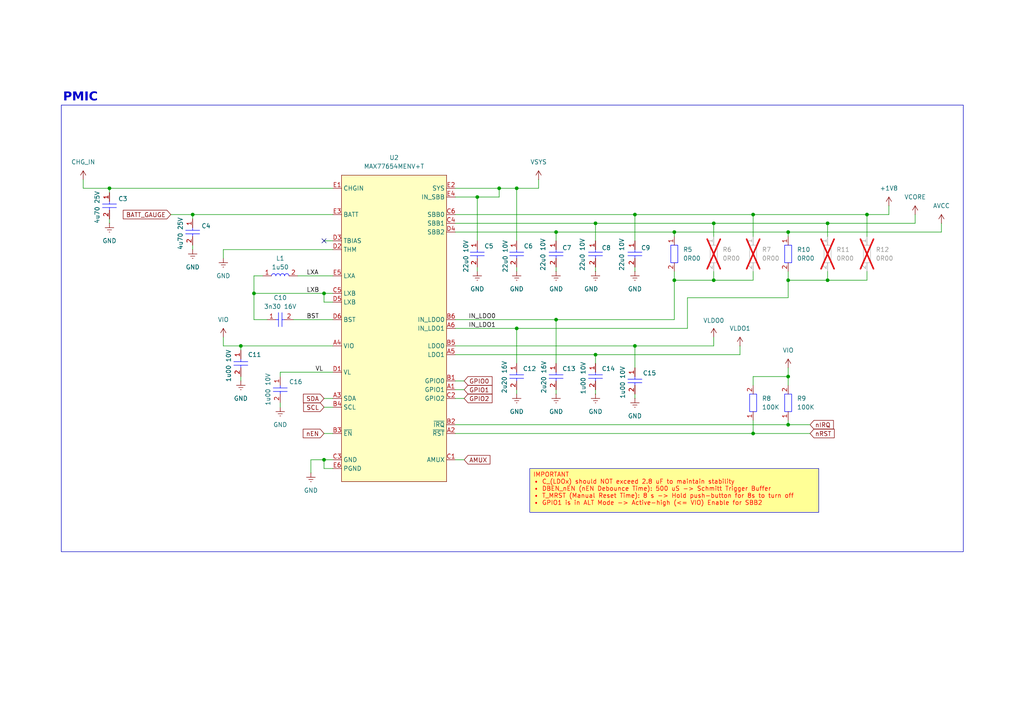
<source format=kicad_sch>
(kicad_sch (version 20231120) (generator "eeschema") (generator_version "8.0")
  (paper "A4")
  (title_block (title "[2] PMIC") (rev "0.1") (company "Embedded Systems Laboratory - EPFL"))
  (lib_symbols
    (symbol "HeepoMind_SchLib:C0402C105K8PACTU"
      (property "Reference" "C" (at -4.064 5.588 0))
      (property "Value" "1u00 10V" (at -4.064 3.302 0))
      (symbol "C0402C105K8PACTU_1_1"
        (polyline (pts (xy -1.27 0) (xy -0.508 0)) (stroke (width 0) (color 0 0 255 1)))
        (polyline (pts (xy -0.508 2.032) (xy -0.508 -2.032)) (stroke (width 0) (color 0 0 255 1)))
        (polyline (pts (xy 0.508 2.032) (xy 0.508 -2.032)) (stroke (width 0) (color 0 0 255 1)))
        (polyline (pts (xy 1.27 0) (xy 0.508 0)) (stroke (width 0) (color 0 0 255 1)))
        (pin passive line (at -3.81 0 0) (length 2.54) (name "") (number "1"))
        (pin passive line (at 3.81 0 180) (length 2.54) (name "") (number "2"))
      )
    )
    (symbol "HeepoMind_SchLib:CRCW0402100KFKEDC"
      (property "Reference" "R" (at -4.064 5.588 0))
      (property "Value" "100K" (at -4.064 3.302 0))
      (symbol "CRCW0402100KFKEDC_0_1"
        (rectangle (start -2.54 1.016) (end 2.54 -1.016) (stroke (width 0) (color 0 0 255 1)))
      )
      (symbol "CRCW0402100KFKEDC_1_1"
        (pin passive line (at -5.08 0 0) (length 2.54) (name "") (number "1"))
        (pin passive line (at 5.08 0 180) (length 2.54) (name "") (number "2"))
      )
    )
    (symbol "HeepoMind_SchLib:DFE201612E-1R5M=P2"
      (property "Reference" "L" (at -4.064 5.588 0))
      (property "Value" "1u50" (at -4.064 3.302 0))
      (symbol "DFE201612E-1R5M=P2_0_1"
        (arc (start -1.27 0.0027) (mid -1.905 0.635) (end -2.54 0.0027) (stroke (width 0) (color 0 0 255 1)))
        (arc (start 0 0.0027) (mid -0.635 0.635) (end -1.27 0.0027) (stroke (width 0) (color 0 0 255 1)))
        (arc (start 1.27 0.0027) (mid 0.635 0.635) (end 0 0.0027) (stroke (width 0) (color 0 0 255 1)))
        (arc (start 2.54 0.0027) (mid 1.905 0.635) (end 1.27 0.0027) (stroke (width 0) (color 0 0 255 1)))
      )
      (symbol "DFE201612E-1R5M=P2_1_1"
        (pin passive line (at -5.08 0 0) (length 2.54) (name "") (number "1"))
        (pin passive line (at 5.08 0 180) (length 2.54) (name "") (number "2"))
      )
    )
    (symbol "HeepoMind_SchLib:GRM155R61C225KE44D"
      (property "Reference" "C" (at -4.064 5.588 0))
      (property "Value" "2u20 16V" (at -4.064 3.302 0))
      (symbol "GRM155R61C225KE44D_1_1"
        (polyline (pts (xy -1.27 0) (xy -0.508 0)) (stroke (width 0) (color 0 0 255 1)))
        (polyline (pts (xy -0.508 2.032) (xy -0.508 -2.032)) (stroke (width 0) (color 0 0 255 1)))
        (polyline (pts (xy 0.508 2.032) (xy 0.508 -2.032)) (stroke (width 0) (color 0 0 255 1)))
        (polyline (pts (xy 1.27 0) (xy 0.508 0)) (stroke (width 0) (color 0 0 255 1)))
        (pin passive line (at -3.81 0 0) (length 2.54) (name "") (number "1"))
        (pin passive line (at 3.81 0 180) (length 2.54) (name "") (number "2"))
      )
    )
    (symbol "HeepoMind_SchLib:GRM15XR71C332KA86D"
      (property "Reference" "C" (at -4.064 5.588 0))
      (property "Value" "3n30 16V" (at -4.064 3.302 0))
      (symbol "GRM15XR71C332KA86D_1_1"
        (polyline (pts (xy -1.27 0) (xy -0.508 0)) (stroke (width 0) (color 0 0 255 1)))
        (polyline (pts (xy -0.508 2.032) (xy -0.508 -2.032)) (stroke (width 0) (color 0 0 255 1)))
        (polyline (pts (xy 0.508 2.032) (xy 0.508 -2.032)) (stroke (width 0) (color 0 0 255 1)))
        (polyline (pts (xy 1.27 0) (xy 0.508 0)) (stroke (width 0) (color 0 0 255 1)))
        (pin passive line (at -3.81 0 0) (length 2.54) (name "") (number "1"))
        (pin passive line (at 3.81 0 180) (length 2.54) (name "") (number "2"))
      )
    )
    (symbol "HeepoMind_SchLib:GRM188R61A226ME15D"
      (property "Reference" "C" (at -4.064 5.588 0))
      (property "Value" "22u0 10V" (at -4.064 3.302 0))
      (symbol "GRM188R61A226ME15D_1_1"
        (polyline (pts (xy -1.27 0) (xy -0.508 0)) (stroke (width 0) (color 0 0 255 1)))
        (polyline (pts (xy -0.508 2.032) (xy -0.508 -2.032)) (stroke (width 0) (color 0 0 255 1)))
        (polyline (pts (xy 0.508 2.032) (xy 0.508 -2.032)) (stroke (width 0) (color 0 0 255 1)))
        (polyline (pts (xy 1.27 0) (xy 0.508 0)) (stroke (width 0) (color 0 0 255 1)))
        (pin passive line (at -3.81 0 0) (length 2.54) (name "") (number "1"))
        (pin passive line (at 3.81 0 180) (length 2.54) (name "") (number "2"))
      )
    )
    (symbol "HeepoMind_SchLib:GRM188R61E475KE11D"
      (property "Reference" "C" (at -4.064 5.588 0))
      (property "Value" "4u70 25V" (at -4.064 3.302 0))
      (symbol "GRM188R61E475KE11D_1_1"
        (polyline (pts (xy -1.27 0) (xy -0.508 0)) (stroke (width 0) (color 0 0 255 1)))
        (polyline (pts (xy -0.508 2.032) (xy -0.508 -2.032)) (stroke (width 0) (color 0 0 255 1)))
        (polyline (pts (xy 0.508 2.032) (xy 0.508 -2.032)) (stroke (width 0) (color 0 0 255 1)))
        (polyline (pts (xy 1.27 0) (xy 0.508 0)) (stroke (width 0) (color 0 0 255 1)))
        (pin passive line (at -3.81 0 0) (length 2.54) (name "") (number "1"))
        (pin passive line (at 3.81 0 180) (length 2.54) (name "") (number "2"))
      )
    )
    (symbol "HeepoMind_SchLib:MAX77654MENV+T"
      (property "Reference" "U" (at -0.254 2.794 0))
      (property "Value" " MAX77654MENV+T " (at -1.27 1.016 0))
      (symbol "MAX77654MENV+T_0_1"
        (rectangle (start 0 0) (end 30.48 -88.9) (stroke (width 0) (color 128 0 0 1)) (fill (type background)))
      )
      (symbol "MAX77654MENV+T_1_1"
        (pin passive line (at 33.02 -62.23 180) (length 2.54) (name "GPIO1") (number "A1"))
        (pin passive line (at 33.02 -74.93 180) (length 2.54) (name "~{RST}") (number "A2"))
        (pin passive line (at -2.54 -64.77 0) (length 2.54) (name "SDA") (number "A3"))
        (pin passive line (at -2.54 -49.53 0) (length 2.54) (name "VIO") (number "A4"))
        (pin passive line (at 33.02 -52.07 180) (length 2.54) (name "LDO1") (number "A5"))
        (pin passive line (at 33.02 -44.45 180) (length 2.54) (name "IN_LDO1") (number "A6"))
        (pin passive line (at 33.02 -59.69 180) (length 2.54) (name "GPIO0") (number "B1"))
        (pin passive line (at 33.02 -72.39 180) (length 2.54) (name "~{IRQ}") (number "B2"))
        (pin passive line (at -2.54 -74.93 0) (length 2.54) (name "~{EN}") (number "B3"))
        (pin passive line (at -2.54 -67.31 0) (length 2.54) (name "SCL") (number "B4"))
        (pin passive line (at 33.02 -49.53 180) (length 2.54) (name "LDO0") (number "B5"))
        (pin passive line (at 33.02 -41.91 180) (length 2.54) (name "IN_LDO0") (number "B6"))
        (pin passive line (at 33.02 -82.55 180) (length 2.54) (name "AMUX") (number "C1"))
        (pin passive line (at 33.02 -64.77 180) (length 2.54) (name "GPIO2") (number "C2"))
        (pin passive line (at -2.54 -82.55 0) (length 2.54) (name "GND") (number "C3"))
        (pin passive line (at 33.02 -13.97 180) (length 2.54) (name "SBB1") (number "C4"))
        (pin passive line (at -2.54 -34.29 0) (length 2.54) (name "LXB") (number "C5"))
        (pin passive line (at 33.02 -11.43 180) (length 2.54) (name "SBB0") (number "C6"))
        (pin passive line (at -2.54 -57.15 0) (length 2.54) (name "VL") (number "D1"))
        (pin passive line (at -2.54 -21.59 0) (length 2.54) (name "THM") (number "D2"))
        (pin passive line (at -2.54 -19.05 0) (length 2.54) (name "TBIAS") (number "D3"))
        (pin passive line (at 33.02 -16.51 180) (length 2.54) (name "SBB2") (number "D4"))
        (pin passive line (at -2.54 -36.83 0) (length 2.54) (name "LXB") (number "D5"))
        (pin passive line (at -2.54 -41.91 0) (length 2.54) (name "BST") (number "D6"))
        (pin passive line (at -2.54 -3.81 0) (length 2.54) (name "CHGIN") (number "E1"))
        (pin passive line (at 33.02 -3.81 180) (length 2.54) (name "SYS") (number "E2"))
        (pin passive line (at -2.54 -11.43 0) (length 2.54) (name "BATT") (number "E3"))
        (pin passive line (at 33.02 -6.35 180) (length 2.54) (name "IN_SBB") (number "E4"))
        (pin passive line (at -2.54 -29.21 0) (length 2.54) (name "LXA") (number "E5"))
        (pin passive line (at -2.54 -85.09 0) (length 2.54) (name "PGND") (number "E6"))
      )
    )
    (symbol "HeepoMind_SchLib:RK73Z1ETTP"
      (property "Reference" "R" (at -4.064 5.588 0))
      (property "Value" "0R00" (at -4.064 3.302 0))
      (symbol "RK73Z1ETTP_0_1"
        (rectangle (start -2.54 1.016) (end 2.54 -1.016) (stroke (width 0) (color 0 0 255 1)))
      )
      (symbol "RK73Z1ETTP_1_1"
        (pin passive line (at -5.08 0 0) (length 2.54) (name "") (number "1"))
        (pin passive line (at 5.08 0 180) (length 2.54) (name "") (number "2"))
      )
    )
    (symbol "power:+1V8" (power) (pin_numbers hide) (pin_names (offset 0) hide)
      (property "Value" "+1V8" (at 0 3.556 0))
      (symbol "+1V8_0_1"
        (polyline (pts (xy -0.762 1.27) (xy 0 2.54)))
        (polyline (pts (xy 0 0) (xy 0 2.54)))
        (polyline (pts (xy 0 2.54) (xy 0.762 1.27)))
      )
      (symbol "+1V8_1_1"
        (pin power_in line (at 0 0 90) (length 0) (name "~") (number "1"))
      )
    )
    (symbol "power:Earth" (power) (pin_numbers hide) (pin_names (offset 0) hide)
      (property "Value" "Earth" (at 0 -3.81 0))
      (symbol "Earth_0_1"
        (polyline (pts (xy -0.635 -1.905) (xy 0.635 -1.905)))
        (polyline (pts (xy -0.127 -2.54) (xy 0.127 -2.54)))
        (polyline (pts (xy 0 -1.27) (xy 0 0)))
        (polyline (pts (xy 1.27 -1.27) (xy -1.27 -1.27)))
      )
      (symbol "Earth_1_1"
        (pin power_in line (at 0 0 270) (length 0) (name "~") (number "1"))
      )
    )
  )
  (junction (at 31.75 54.61))
  (junction (at 93.98 133.35))
  (junction (at 207.01 64.77))
  (junction (at 161.29 92.71))
  (junction (at 149.86 95.25))
  (junction (at 228.6 123.19))
  (junction (at 218.44 62.23))
  (junction (at 218.44 125.73))
  (junction (at 149.86 54.61))
  (junction (at 207.01 81.28))
  (junction (at 195.58 81.28))
  (junction (at 161.29 67.31))
  (junction (at 240.03 64.77))
  (junction (at 144.78 54.61))
  (junction (at 228.6 81.28))
  (junction (at 172.72 64.77))
  (junction (at 69.85 100.33))
  (junction (at 228.6 67.31))
  (junction (at 138.43 57.15))
  (junction (at 251.46 62.23))
  (junction (at 184.15 100.33))
  (junction (at 228.6 109.22))
  (junction (at 184.15 62.23))
  (junction (at 55.88 62.23))
  (junction (at 93.98 85.09))
  (junction (at 240.03 81.28))
  (junction (at 195.58 67.31))
  (junction (at 172.72 102.87))
  (junction (at 73.66 85.09))
  (no_connect (at 93.98 69.85))
  (wire (pts (xy 93.98 69.85) (xy 96.52 69.85)))
  (wire (pts (xy 172.72 102.87) (xy 214.63 102.87)))
  (wire (pts (xy 86.36 80.01) (xy 96.52 80.01)))
  (wire (pts (xy 240.03 64.77) (xy 240.03 68.58)))
  (wire (pts (xy 184.15 77.47) (xy 184.15 78.74)))
  (wire (pts (xy 24.13 54.61) (xy 31.75 54.61)))
  (wire (pts (xy 64.77 97.79) (xy 64.77 100.33)))
  (wire (pts (xy 172.72 77.47) (xy 172.72 78.74)))
  (wire (pts (xy 161.29 77.47) (xy 161.29 78.74)))
  (wire (pts (xy 257.81 62.23) (xy 257.81 59.69)))
  (wire (pts (xy 228.6 81.28) (xy 228.6 86.36)))
  (wire (pts (xy 132.08 92.71) (xy 161.29 92.71)))
  (wire (pts (xy 132.08 102.87) (xy 172.72 102.87)))
  (wire (pts (xy 138.43 57.15) (xy 144.78 57.15)))
  (wire (pts (xy 144.78 57.15) (xy 144.78 54.61)))
  (wire (pts (xy 149.86 95.25) (xy 149.86 105.41)))
  (wire (pts (xy 49.53 62.23) (xy 55.88 62.23)))
  (wire (pts (xy 172.72 64.77) (xy 207.01 64.77)))
  (wire (pts (xy 156.21 52.07) (xy 156.21 54.61)))
  (wire (pts (xy 195.58 81.28) (xy 195.58 92.71)))
  (wire (pts (xy 218.44 121.92) (xy 218.44 125.73)))
  (wire (pts (xy 273.05 64.77) (xy 273.05 67.31)))
  (wire (pts (xy 172.72 64.77) (xy 172.72 69.85)))
  (wire (pts (xy 132.08 125.73) (xy 218.44 125.73)))
  (wire (pts (xy 93.98 85.09) (xy 96.52 85.09)))
  (wire (pts (xy 228.6 78.74) (xy 228.6 81.28)))
  (wire (pts (xy 161.29 113.03) (xy 161.29 114.3)))
  (wire (pts (xy 161.29 92.71) (xy 161.29 105.41)))
  (wire (pts (xy 93.98 118.11) (xy 96.52 118.11)))
  (wire (pts (xy 96.52 133.35) (xy 93.98 133.35)))
  (wire (pts (xy 195.58 78.74) (xy 195.58 81.28)))
  (wire (pts (xy 132.08 123.19) (xy 228.6 123.19)))
  (wire (pts (xy 199.39 86.36) (xy 228.6 86.36)))
  (wire (pts (xy 144.78 54.61) (xy 149.86 54.61)))
  (wire (pts (xy 195.58 67.31) (xy 195.58 68.58)))
  (wire (pts (xy 149.86 95.25) (xy 199.39 95.25)))
  (wire (pts (xy 132.08 67.31) (xy 161.29 67.31)))
  (wire (pts (xy 31.75 54.61) (xy 31.75 55.88)))
  (wire (pts (xy 132.08 57.15) (xy 138.43 57.15)))
  (wire (pts (xy 207.01 78.74) (xy 207.01 81.28)))
  (wire (pts (xy 93.98 125.73) (xy 96.52 125.73)))
  (wire (pts (xy 240.03 78.74) (xy 240.03 81.28)))
  (wire (pts (xy 24.13 52.07) (xy 24.13 54.61)))
  (wire (pts (xy 138.43 77.47) (xy 138.43 78.74)))
  (wire (pts (xy 132.08 100.33) (xy 184.15 100.33)))
  (wire (pts (xy 93.98 115.57) (xy 96.52 115.57)))
  (wire (pts (xy 149.86 54.61) (xy 149.86 69.85)))
  (wire (pts (xy 218.44 78.74) (xy 218.44 81.28)))
  (wire (pts (xy 218.44 81.28) (xy 207.01 81.28)))
  (wire (pts (xy 228.6 81.28) (xy 240.03 81.28)))
  (wire (pts (xy 55.88 71.12) (xy 55.88 72.39)))
  (wire (pts (xy 149.86 113.03) (xy 149.86 114.3)))
  (wire (pts (xy 132.08 115.57) (xy 134.62 115.57)))
  (wire (pts (xy 184.15 100.33) (xy 207.01 100.33)))
  (wire (pts (xy 132.08 62.23) (xy 184.15 62.23)))
  (wire (pts (xy 132.08 54.61) (xy 144.78 54.61)))
  (wire (pts (xy 96.52 87.63) (xy 93.98 87.63)))
  (wire (pts (xy 149.86 77.47) (xy 149.86 78.74)))
  (wire (pts (xy 132.08 110.49) (xy 134.62 110.49)))
  (wire (pts (xy 184.15 62.23) (xy 184.15 69.85)))
  (wire (pts (xy 73.66 80.01) (xy 73.66 85.09)))
  (wire (pts (xy 69.85 109.22) (xy 69.85 110.49)))
  (wire (pts (xy 184.15 100.33) (xy 184.15 106.68)))
  (wire (pts (xy 199.39 95.25) (xy 199.39 86.36)))
  (wire (pts (xy 77.47 92.71) (xy 73.66 92.71)))
  (wire (pts (xy 172.72 113.03) (xy 172.72 114.3)))
  (wire (pts (xy 161.29 92.71) (xy 195.58 92.71)))
  (wire (pts (xy 207.01 100.33) (xy 207.01 97.79)))
  (wire (pts (xy 69.85 100.33) (xy 96.52 100.33)))
  (wire (pts (xy 207.01 64.77) (xy 207.01 68.58)))
  (wire (pts (xy 73.66 85.09) (xy 93.98 85.09)))
  (wire (pts (xy 218.44 125.73) (xy 234.95 125.73)))
  (wire (pts (xy 85.09 92.71) (xy 96.52 92.71)))
  (wire (pts (xy 81.28 116.84) (xy 81.28 118.11)))
  (wire (pts (xy 69.85 100.33) (xy 69.85 101.6)))
  (wire (pts (xy 161.29 67.31) (xy 161.29 69.85)))
  (wire (pts (xy 64.77 72.39) (xy 96.52 72.39)))
  (wire (pts (xy 195.58 67.31) (xy 228.6 67.31)))
  (wire (pts (xy 218.44 62.23) (xy 218.44 68.58)))
  (wire (pts (xy 228.6 109.22) (xy 228.6 111.76)))
  (wire (pts (xy 55.88 62.23) (xy 55.88 63.5)))
  (wire (pts (xy 184.15 62.23) (xy 218.44 62.23)))
  (wire (pts (xy 195.58 81.28) (xy 207.01 81.28)))
  (wire (pts (xy 55.88 62.23) (xy 96.52 62.23)))
  (wire (pts (xy 228.6 106.68) (xy 228.6 109.22)))
  (wire (pts (xy 214.63 100.33) (xy 214.63 102.87)))
  (wire (pts (xy 132.08 95.25) (xy 149.86 95.25)))
  (wire (pts (xy 93.98 87.63) (xy 93.98 85.09)))
  (wire (pts (xy 218.44 109.22) (xy 228.6 109.22)))
  (wire (pts (xy 251.46 62.23) (xy 251.46 68.58)))
  (wire (pts (xy 207.01 64.77) (xy 240.03 64.77)))
  (wire (pts (xy 81.28 107.95) (xy 96.52 107.95)))
  (wire (pts (xy 64.77 72.39) (xy 64.77 74.93)))
  (wire (pts (xy 240.03 64.77) (xy 265.43 64.77)))
  (wire (pts (xy 228.6 123.19) (xy 234.95 123.19)))
  (wire (pts (xy 76.2 80.01) (xy 73.66 80.01)))
  (wire (pts (xy 161.29 67.31) (xy 195.58 67.31)))
  (wire (pts (xy 96.52 135.89) (xy 93.98 135.89)))
  (wire (pts (xy 81.28 107.95) (xy 81.28 109.22)))
  (wire (pts (xy 149.86 54.61) (xy 156.21 54.61)))
  (wire (pts (xy 228.6 67.31) (xy 228.6 68.58)))
  (wire (pts (xy 132.08 133.35) (xy 134.62 133.35)))
  (wire (pts (xy 93.98 133.35) (xy 90.17 133.35)))
  (wire (pts (xy 265.43 64.77) (xy 265.43 62.23)))
  (wire (pts (xy 228.6 67.31) (xy 273.05 67.31)))
  (wire (pts (xy 31.75 63.5) (xy 31.75 64.77)))
  (wire (pts (xy 73.66 85.09) (xy 73.66 92.71)))
  (wire (pts (xy 90.17 133.35) (xy 90.17 137.16)))
  (wire (pts (xy 251.46 81.28) (xy 240.03 81.28)))
  (wire (pts (xy 93.98 133.35) (xy 93.98 135.89)))
  (wire (pts (xy 251.46 78.74) (xy 251.46 81.28)))
  (wire (pts (xy 132.08 64.77) (xy 172.72 64.77)))
  (wire (pts (xy 64.77 100.33) (xy 69.85 100.33)))
  (wire (pts (xy 172.72 102.87) (xy 172.72 105.41)))
  (wire (pts (xy 218.44 111.76) (xy 218.44 109.22)))
  (wire (pts (xy 228.6 123.19) (xy 228.6 121.92)))
  (wire (pts (xy 251.46 62.23) (xy 257.81 62.23)))
  (wire (pts (xy 31.75 54.61) (xy 96.52 54.61)))
  (wire (pts (xy 132.08 113.03) (xy 134.62 113.03)))
  (wire (pts (xy 138.43 57.15) (xy 138.43 69.85)))
  (wire (pts (xy 184.15 114.3) (xy 184.15 115.57)))
  (wire (pts (xy 218.44 62.23) (xy 251.46 62.23)))
  (rectangle (start 17.78 30.48) (end 279.4 160.02))
  (text_box "IMPORTANT \n• C_(LDOx) should NOT exceed 2.8 uF to maintain stability\n• DBEN_nEN (nEN Debounce Time): 500 uS -> Schmitt Trigger Buffer \n• T_MRST (Manual Reset Time): 8 s -> Hold push-button for 8s to turn off\n• GPIO1 is in ALT Mode -> Active-high (<= VIO) Enable for SBB2\n\n" (at 153.67 135.89 0) (size 83.82 12.7) (fill (type color) (color 255 255 150 1)) (effects (font (size 1.27 1.27)) (justify left top)))
  (text "PMIC" (at 18.288 28.956 0) (effects (font (size 2.54 2.54) (thickness 0.254) (bold yes) (italic yes)) (justify left)))
  (label "LXB" (at 88.9 85.09 0))
  (label "IN_LDO1" (at 135.89 95.25 0))
  (label "IN_LDO0" (at 135.89 92.71 0))
  (label "VL" (at 91.44 107.95 0))
  (label "BST" (at 88.9 92.71 0))
  (label "LXA" (at 88.9 80.01 0))
  (global_label "GPIO1" (shape input) (at 134.62 113.03 0) (property "Intersheetrefs" "${INTERSHEET_REFS}" (effects (hide yes))))
  (global_label "SCL" (shape input) (at 93.98 118.11 180) (property "Intersheetrefs" "${INTERSHEET_REFS}" (effects (hide yes))))
  (global_label "GPIO0" (shape input) (at 134.62 110.49 0) (property "Intersheetrefs" "${INTERSHEET_REFS}" (effects (hide yes))))
  (global_label "GPIO2" (shape input) (at 134.62 115.57 0) (property "Intersheetrefs" "${INTERSHEET_REFS}" (effects (hide yes))))
  (global_label "BATT_GAUGE" (shape input) (at 49.53 62.23 180) (property "Intersheetrefs" "${INTERSHEET_REFS}" (effects (hide yes))))
  (global_label "nEN" (shape input) (at 93.98 125.73 180) (property "Intersheetrefs" "${INTERSHEET_REFS}" (effects (hide yes))))
  (global_label "SDA" (shape input) (at 93.98 115.57 180) (property "Intersheetrefs" "${INTERSHEET_REFS}" (effects (hide yes))))
  (global_label "nRST" (shape input) (at 234.95 125.73 0) (property "Intersheetrefs" "${INTERSHEET_REFS}" (effects (hide yes))))
  (global_label "AMUX" (shape input) (at 134.62 133.35 0) (property "Intersheetrefs" "${INTERSHEET_REFS}" (effects (hide yes))))
  (global_label "nIRQ" (shape input) (at 234.95 123.19 0) (property "Intersheetrefs" "${INTERSHEET_REFS}" (effects (hide yes))))
  (symbol (lib_id "power:Earth") (at 69.85 110.49 0) (unit 1)
    (property "Reference" "#PWR037" (effects (hide yes)))
    (property "Value" "GND" (at 69.85 115.57 0))
    (property "Description" "Power symbol creates a global label with name \"Earth\"" (effects (hide yes)))
  )
  (symbol (lib_id "HeepoMind_SchLib:GRM188R61E475KE11D") (at 55.88 67.31 270) (unit 1)
    (property "Reference" "C4" (at 58.42 65.532 90) (effects (justify left)))
    (property "Value" "4u70 25V" (at 52.324 62.992 0) (effects (justify left)))
    (property "Footprint" "HeepoMind_PcbLib:C0603" (effects (hide yes)))
    (property "Datasheet" "https://www.mouser.es/datasheet/2/281/1/GRM155R60J474KE19_01A-1983776.pdf" (effects (hide yes)))
    (property "Description" "Multilayer Ceramic Capacitors MLCC - SMD/SMT 4.7 uF 25 VDC 10% 0603 X5R" (effects (hide yes)))
  )
  (symbol (lib_id "power:Earth") (at 172.72 78.74 0) (unit 1)
    (property "Reference" "#PWR031" (effects (hide yes)))
    (property "Value" "GND" (at 171.45 83.82 0))
    (property "Description" "Power symbol creates a global label with name \"Earth\"" (effects (hide yes)))
  )
  (symbol (lib_id "HeepoMind_SchLib:C0402C105K8PACTU") (at 81.28 113.03 270) (unit 1)
    (property "Reference" "C16" (at 83.82 110.744 90) (effects (justify left)))
    (property "Value" "1u00 10V" (at 77.724 108.204 0) (effects (justify left)))
    (property "Footprint" "HeepoMind_PcbLib:C0402" (effects (hide yes)))
    (property "Datasheet" "https://www.mouser.es/datasheet/2/447/KEM_C1006_X5R_SMD-3316465.pdf" (effects (hide yes)))
    (property "Description" "Multilayer Ceramic Capacitors MLCC - SMD/SMT 10V 1uF X5R 0402 10%" (effects (hide yes)))
  )
  (symbol (lib_id "HeepoMind_SchLib:RK73Z1ETTP") (at 240.03 73.66 270) (unit 1) (dnp yes)
    (property "Reference" "R11" (at 242.57 72.3899 90) (effects (justify left)))
    (property "Value" "0R00" (at 242.57 74.9299 90) (effects (justify left)))
    (property "Footprint" "HeepoMind_PcbLib:R0402" (effects (hide yes)))
    (property "Datasheet" "https://www.koaspeer.com/pdfs/RK73Z.pdf" (effects (hide yes)))
    (property "Description" "Thick Film Resistors ZEROohms JUMPER" (effects (hide yes)))
  )
  (symbol (lib_id "HeepoMind_SchLib:CRCW0402100KFKEDC") (at 218.44 116.84 90) (unit 1)
    (property "Reference" "R8" (at 220.98 115.5699 90) (effects (justify right)))
    (property "Value" "100K" (at 220.98 118.1099 90) (effects (justify right)))
    (property "Footprint" "HeepoMind_PcbLib:R0402" (effects (hide yes)))
    (property "Datasheet" "https://www.vishay.com/doc?28773" (effects (hide yes)))
    (property "Description" "Thick Film Resistors - SMD 1/16watt 100Kohms 1% Commercial Use" (effects (hide yes)))
  )
  (symbol (lib_id "power:+1V8") (at 265.43 62.23 0) (unit 1)
    (property "Reference" "#PWR023" (effects (hide yes)))
    (property "Value" "VCORE" (at 265.43 57.15 0))
    (property "Description" "Power symbol creates a global label with name \"+1V8\"" (effects (hide yes)))
  )
  (symbol (lib_id "power:+1V8") (at 228.6 106.68 0) (unit 1)
    (property "Reference" "#PWR036" (effects (hide yes)))
    (property "Value" "VIO" (at 228.6 101.6 0))
    (property "Description" "Power symbol creates a global label with name \"+1V8\"" (effects (hide yes)))
  )
  (symbol (lib_id "HeepoMind_SchLib:MAX77654MENV+T") (at 99.06 50.8 0) (unit 1)
    (property "Reference" "U2" (at 114.3 45.72 0))
    (property "Value" "MAX77654MENV+T" (at 114.3 48.26 0))
    (property "Footprint" "HeepoMind_PcbLib:WLCSP-30_2.788x2.338mm_P0.4mm" (effects (hide yes)))
    (property "Datasheet" "https://www.mouser.es/datasheet/2/609/1/max77654-3470828.pdf" (effects (hide yes)))
    (property "Description" "Power Management Specialised - PMIC Ultra Low Power PMIC w/ 3-Output SIMO + 2 LDOs" (effects (hide yes)))
  )
  (symbol (lib_id "power:Earth") (at 161.29 78.74 0) (unit 1)
    (property "Reference" "#PWR030" (effects (hide yes)))
    (property "Value" "GND" (at 161.29 83.82 0))
    (property "Description" "Power symbol creates a global label with name \"Earth\"" (effects (hide yes)))
  )
  (symbol (lib_id "HeepoMind_SchLib:C0402C105K8PACTU") (at 172.72 109.22 270) (unit 1)
    (property "Reference" "C14" (at 174.498 106.934 90) (effects (justify left)))
    (property "Value" "1u00 10V" (at 169.164 104.902 0) (effects (justify left)))
    (property "Footprint" "HeepoMind_PcbLib:C0402" (effects (hide yes)))
    (property "Datasheet" "https://www.mouser.es/datasheet/2/447/KEM_C1006_X5R_SMD-3316465.pdf" (effects (hide yes)))
    (property "Description" "Multilayer Ceramic Capacitors MLCC - SMD/SMT 10V 1uF X5R 0402 10%" (effects (hide yes)))
  )
  (symbol (lib_id "HeepoMind_SchLib:GRM188R61A226ME15D") (at 184.15 73.66 270) (unit 1)
    (property "Reference" "C9" (at 185.928 71.882 90) (effects (justify left)))
    (property "Value" "22u0 10V" (at 180.34 69.088 0) (effects (justify left)))
    (property "Footprint" "HeepoMind_PcbLib:C0603" (effects (hide yes)))
    (property "Datasheet" "https://www.mouser.es/datasheet/2/281/1/GRM188R61A226ME15_02A-1985787.pdf" (effects (hide yes)))
    (property "Description" "Multilayer Ceramic Capacitors MLCC - SMD/SMT 22 uF 10 VDC 20% 0603 X5R" (effects (hide yes)))
  )
  (symbol (lib_id "power:Earth") (at 184.15 78.74 0) (unit 1)
    (property "Reference" "#PWR032" (effects (hide yes)))
    (property "Value" "GND" (at 184.15 83.82 0))
    (property "Description" "Power symbol creates a global label with name \"Earth\"" (effects (hide yes)))
  )
  (symbol (lib_id "HeepoMind_SchLib:GRM15XR71C332KA86D") (at 81.28 92.71 0) (unit 1)
    (property "Reference" "C10" (at 81.28 86.36 0))
    (property "Value" "3n30 16V" (at 81.28 88.9 0))
    (property "Footprint" "HeepoMind_PcbLib:C0402" (effects (hide yes)))
    (property "Datasheet" "https://www.mouser.es/datasheet/2/281/1/GRM15XR71C332KA86_01A-1984603.pdf" (effects (hide yes)))
    (property "Description" "Multilayer Ceramic Capacitors MLCC - SMD/SMT 3300 pF 16 VDC 10% 0402 X7R" (effects (hide yes)))
  )
  (symbol (lib_id "power:+1V8") (at 273.05 64.77 0) (unit 1)
    (property "Reference" "#PWR025" (effects (hide yes)))
    (property "Value" "AVCC" (at 273.05 59.69 0))
    (property "Description" "Power symbol creates a global label with name \"+1V8\"" (effects (hide yes)))
  )
  (symbol (lib_id "HeepoMind_SchLib:GRM188R61E475KE11D") (at 31.75 59.69 270) (unit 1)
    (property "Reference" "C3" (at 34.29 57.658 90) (effects (justify left)))
    (property "Value" "4u70 25V" (at 28.194 55.372 0) (effects (justify left)))
    (property "Footprint" "HeepoMind_PcbLib:C0603" (effects (hide yes)))
    (property "Datasheet" "https://www.mouser.es/datasheet/2/281/1/GRM155R60J474KE19_01A-1983776.pdf" (effects (hide yes)))
    (property "Description" "Multilayer Ceramic Capacitors MLCC - SMD/SMT 4.7 uF 25 VDC 10% 0603 X5R" (effects (hide yes)))
  )
  (symbol (lib_id "HeepoMind_SchLib:RK73Z1ETTP") (at 207.01 73.66 270) (unit 1) (dnp yes)
    (property "Reference" "R6" (at 209.55 72.3899 90) (effects (justify left)))
    (property "Value" "0R00" (at 209.55 74.9299 90) (effects (justify left)))
    (property "Footprint" "HeepoMind_PcbLib:R0402" (effects (hide yes)))
    (property "Datasheet" "https://www.koaspeer.com/pdfs/RK73Z.pdf" (effects (hide yes)))
    (property "Description" "Thick Film Resistors ZEROohms JUMPER" (effects (hide yes)))
  )
  (symbol (lib_id "power:Earth") (at 64.77 74.93 0) (unit 1)
    (property "Reference" "#PWR027" (effects (hide yes)))
    (property "Value" "GND" (at 64.77 80.01 0))
    (property "Description" "Power symbol creates a global label with name \"Earth\"" (effects (hide yes)))
  )
  (symbol (lib_id "HeepoMind_SchLib:C0402C105K8PACTU") (at 184.15 110.49 270) (unit 1)
    (property "Reference" "C15" (at 186.436 108.204 90) (effects (justify left)))
    (property "Value" "1u00 10V" (at 180.594 106.172 0) (effects (justify left)))
    (property "Footprint" "HeepoMind_PcbLib:C0402" (effects (hide yes)))
    (property "Datasheet" "https://www.mouser.es/datasheet/2/447/KEM_C1006_X5R_SMD-3316465.pdf" (effects (hide yes)))
    (property "Description" "Multilayer Ceramic Capacitors MLCC - SMD/SMT 10V 1uF X5R 0402 10%" (effects (hide yes)))
  )
  (symbol (lib_id "power:Earth") (at 90.17 137.16 0) (unit 1)
    (property "Reference" "#PWR043" (effects (hide yes)))
    (property "Value" "GND" (at 90.17 142.24 0))
    (property "Description" "Power symbol creates a global label with name \"Earth\"" (effects (hide yes)))
  )
  (symbol (lib_id "HeepoMind_SchLib:CRCW0402100KFKEDC") (at 228.6 116.84 90) (unit 1)
    (property "Reference" "R9" (at 231.14 115.5699 90) (effects (justify right)))
    (property "Value" "100K" (at 231.14 118.1099 90) (effects (justify right)))
    (property "Footprint" "HeepoMind_PcbLib:R0402" (effects (hide yes)))
    (property "Datasheet" "https://www.vishay.com/doc?28773" (effects (hide yes)))
    (property "Description" "Thick Film Resistors - SMD 1/16watt 100Kohms 1% Commercial Use" (effects (hide yes)))
  )
  (symbol (lib_id "power:Earth") (at 81.28 118.11 0) (unit 1)
    (property "Reference" "#PWR042" (effects (hide yes)))
    (property "Value" "GND" (at 81.28 123.19 0))
    (property "Description" "Power symbol creates a global label with name \"Earth\"" (effects (hide yes)))
  )
  (symbol (lib_id "HeepoMind_SchLib:DFE201612E-1R5M=P2") (at 81.28 80.01 0) (unit 1)
    (property "Reference" "L1" (at 81.28 74.93 0))
    (property "Value" "1u50" (at 81.28 77.47 0))
    (property "Footprint" "HeepoMind_PcbLib:L0806" (effects (hide yes)))
    (property "Datasheet" "https://www.mouser.es/datasheet/2/281/1/J_E_TE243A_0006-3158764.pdf" (effects (hide yes)))
    (property "Description" "Power Inductors - SMD 1.5 UH 20%" (effects (hide yes)))
  )
  (symbol (lib_id "HeepoMind_SchLib:GRM155R61C225KE44D") (at 161.29 109.22 270) (unit 1)
    (property "Reference" "C13" (at 163.068 106.934 90) (effects (justify left)))
    (property "Value" "2u20 16V" (at 157.734 104.648 0) (effects (justify left)))
    (property "Footprint" "HeepoMind_PcbLib:C0402" (effects (hide yes)))
    (property "Datasheet" "https://www.mouser.es/datasheet/2/281/1/GRM155R61C225KE44_01A-1983850.pdf" (effects (hide yes)))
    (property "Description" "Multilayer Ceramic Capacitors MLCC - SMD/SMT 2.2 uF 16 VDC 10% 0402 X5R" (effects (hide yes)))
  )
  (symbol (lib_id "HeepoMind_SchLib:GRM155R61C225KE44D") (at 149.86 109.22 270) (unit 1)
    (property "Reference" "C12" (at 151.638 106.934 90) (effects (justify left)))
    (property "Value" "2u20 16V" (at 146.304 104.648 0) (effects (justify left)))
    (property "Footprint" "HeepoMind_PcbLib:C0402" (effects (hide yes)))
    (property "Datasheet" "https://www.mouser.es/datasheet/2/281/1/GRM155R61C225KE44_01A-1983850.pdf" (effects (hide yes)))
    (property "Description" "Multilayer Ceramic Capacitors MLCC - SMD/SMT 2.2 uF 16 VDC 10% 0402 X5R" (effects (hide yes)))
  )
  (symbol (lib_id "HeepoMind_SchLib:RK73Z1ETTP") (at 195.58 73.66 270) (unit 1)
    (property "Reference" "R5" (at 198.12 72.3899 90) (effects (justify left)))
    (property "Value" "0R00" (at 198.12 74.9299 90) (effects (justify left)))
    (property "Footprint" "HeepoMind_PcbLib:R0402" (effects (hide yes)))
    (property "Datasheet" "https://www.koaspeer.com/pdfs/RK73Z.pdf" (effects (hide yes)))
    (property "Description" "Thick Film Resistors ZEROohms JUMPER" (effects (hide yes)))
  )
  (symbol (lib_id "HeepoMind_SchLib:RK73Z1ETTP") (at 218.44 73.66 270) (unit 1) (dnp yes)
    (property "Reference" "R7" (at 220.98 72.3899 90) (effects (justify left)))
    (property "Value" "0R00" (at 220.98 74.9299 90) (effects (justify left)))
    (property "Footprint" "HeepoMind_PcbLib:R0402" (effects (hide yes)))
    (property "Datasheet" "https://www.koaspeer.com/pdfs/RK73Z.pdf" (effects (hide yes)))
    (property "Description" "Thick Film Resistors ZEROohms JUMPER" (effects (hide yes)))
  )
  (symbol (lib_id "HeepoMind_SchLib:RK73Z1ETTP") (at 228.6 73.66 270) (unit 1)
    (property "Reference" "R10" (at 231.14 72.3899 90) (effects (justify left)))
    (property "Value" "0R00" (at 231.14 74.9299 90) (effects (justify left)))
    (property "Footprint" "HeepoMind_PcbLib:R0402" (effects (hide yes)))
    (property "Datasheet" "https://www.koaspeer.com/pdfs/RK73Z.pdf" (effects (hide yes)))
    (property "Description" "Thick Film Resistors ZEROohms JUMPER" (effects (hide yes)))
  )
  (symbol (lib_id "power:Earth") (at 138.43 78.74 0) (unit 1)
    (property "Reference" "#PWR028" (effects (hide yes)))
    (property "Value" "GND" (at 138.43 83.82 0))
    (property "Description" "Power symbol creates a global label with name \"Earth\"" (effects (hide yes)))
  )
  (symbol (lib_id "HeepoMind_SchLib:C0402C105K8PACTU") (at 69.85 105.41 270) (unit 1)
    (property "Reference" "C11" (at 71.882 102.87 90) (effects (justify left)))
    (property "Value" "1u00 10V" (at 66.294 101.346 0) (effects (justify left)))
    (property "Footprint" "HeepoMind_PcbLib:C0402" (effects (hide yes)))
    (property "Datasheet" "https://www.mouser.es/datasheet/2/447/KEM_C1006_X5R_SMD-3316465.pdf" (effects (hide yes)))
    (property "Description" "Multilayer Ceramic Capacitors MLCC - SMD/SMT 10V 1uF X5R 0402 10%" (effects (hide yes)))
  )
  (symbol (lib_id "power:Earth") (at 161.29 114.3 0) (unit 1)
    (property "Reference" "#PWR039" (effects (hide yes)))
    (property "Value" "GND" (at 161.29 119.38 0))
    (property "Description" "Power symbol creates a global label with name \"Earth\"" (effects (hide yes)))
  )
  (symbol (lib_id "power:Earth") (at 55.88 72.39 0) (unit 1)
    (property "Reference" "#PWR026" (effects (hide yes)))
    (property "Value" "GND" (at 55.88 77.47 0))
    (property "Description" "Power symbol creates a global label with name \"Earth\"" (effects (hide yes)))
  )
  (symbol (lib_id "power:Earth") (at 184.15 115.57 0) (unit 1)
    (property "Reference" "#PWR041" (effects (hide yes)))
    (property "Value" "GND" (at 184.15 120.65 0))
    (property "Description" "Power symbol creates a global label with name \"Earth\"" (effects (hide yes)))
  )
  (symbol (lib_id "power:+1V8") (at 214.63 100.33 0) (unit 1)
    (property "Reference" "#PWR035" (effects (hide yes)))
    (property "Value" "VLDO1" (at 214.63 95.25 0))
    (property "Description" "Power symbol creates a global label with name \"+1V8\"" (effects (hide yes)))
  )
  (symbol (lib_id "HeepoMind_SchLib:RK73Z1ETTP") (at 251.46 73.66 270) (unit 1) (dnp yes)
    (property "Reference" "R12" (at 254 72.3899 90) (effects (justify left)))
    (property "Value" "0R00" (at 254 74.9299 90) (effects (justify left)))
    (property "Footprint" "HeepoMind_PcbLib:R0402" (effects (hide yes)))
    (property "Datasheet" "https://www.koaspeer.com/pdfs/RK73Z.pdf" (effects (hide yes)))
    (property "Description" "Thick Film Resistors ZEROohms JUMPER" (effects (hide yes)))
  )
  (symbol (lib_id "power:+1V8") (at 64.77 97.79 0) (unit 1)
    (property "Reference" "#PWR033" (effects (hide yes)))
    (property "Value" "VIO" (at 64.77 92.71 0))
    (property "Description" "Power symbol creates a global label with name \"+1V8\"" (effects (hide yes)))
  )
  (symbol (lib_id "HeepoMind_SchLib:GRM188R61A226ME15D") (at 161.29 73.66 270) (unit 1)
    (property "Reference" "C7" (at 163.068 71.882 90) (effects (justify left)))
    (property "Value" "22u0 10V" (at 157.48 69.088 0) (effects (justify left)))
    (property "Footprint" "HeepoMind_PcbLib:C0603" (effects (hide yes)))
    (property "Datasheet" "https://www.mouser.es/datasheet/2/281/1/GRM188R61A226ME15_02A-1985787.pdf" (effects (hide yes)))
    (property "Description" "Multilayer Ceramic Capacitors MLCC - SMD/SMT 22 uF 10 VDC 20% 0603 X5R" (effects (hide yes)))
  )
  (symbol (lib_id "power:+1V8") (at 156.21 52.07 0) (unit 1)
    (property "Reference" "#PWR021" (effects (hide yes)))
    (property "Value" "VSYS" (at 156.21 46.99 0))
    (property "Description" "Power symbol creates a global label with name \"+1V8\"" (effects (hide yes)))
  )
  (symbol (lib_id "power:Earth") (at 149.86 78.74 0) (unit 1)
    (property "Reference" "#PWR029" (effects (hide yes)))
    (property "Value" "GND" (at 149.86 83.82 0))
    (property "Description" "Power symbol creates a global label with name \"Earth\"" (effects (hide yes)))
  )
  (symbol (lib_id "HeepoMind_SchLib:GRM188R61A226ME15D") (at 138.43 73.66 270) (unit 1)
    (property "Reference" "C5" (at 140.462 71.374 90) (effects (justify left)))
    (property "Value" "22u0 10V" (at 135.128 69.596 0) (effects (justify left)))
    (property "Footprint" "HeepoMind_PcbLib:C0603" (effects (hide yes)))
    (property "Datasheet" "https://www.mouser.es/datasheet/2/281/1/GRM188R61A226ME15_02A-1985787.pdf" (effects (hide yes)))
    (property "Description" "Multilayer Ceramic Capacitors MLCC - SMD/SMT 22 uF 10 VDC 20% 0603 X5R" (effects (hide yes)))
  )
  (symbol (lib_id "power:Earth") (at 31.75 64.77 0) (unit 1)
    (property "Reference" "#PWR024" (effects (hide yes)))
    (property "Value" "GND" (at 31.75 69.85 0))
    (property "Description" "Power symbol creates a global label with name \"Earth\"" (effects (hide yes)))
  )
  (symbol (lib_id "HeepoMind_SchLib:GRM188R61A226ME15D") (at 172.72 73.66 270) (unit 1)
    (property "Reference" "C8" (at 174.498 71.882 90) (effects (justify left)))
    (property "Value" "22u0 10V" (at 168.91 69.088 0) (effects (justify left)))
    (property "Footprint" "HeepoMind_PcbLib:C0603" (effects (hide yes)))
    (property "Datasheet" "https://www.mouser.es/datasheet/2/281/1/GRM188R61A226ME15_02A-1985787.pdf" (effects (hide yes)))
    (property "Description" "Multilayer Ceramic Capacitors MLCC - SMD/SMT 22 uF 10 VDC 20% 0603 X5R" (effects (hide yes)))
  )
  (symbol (lib_id "power:+1V8") (at 24.13 52.07 0) (unit 1)
    (property "Reference" "#PWR020" (effects (hide yes)))
    (property "Value" "CHG_IN" (at 24.13 46.99 0))
    (property "Description" "Power symbol creates a global label with name \"+1V8\"" (effects (hide yes)))
  )
  (symbol (lib_id "power:Earth") (at 149.86 114.3 0) (unit 1)
    (property "Reference" "#PWR038" (effects (hide yes)))
    (property "Value" "GND" (at 149.86 119.38 0))
    (property "Description" "Power symbol creates a global label with name \"Earth\"" (effects (hide yes)))
  )
  (symbol (lib_id "HeepoMind_SchLib:GRM188R61A226ME15D") (at 149.86 73.66 270) (unit 1)
    (property "Reference" "C6" (at 151.892 71.374 90) (effects (justify left)))
    (property "Value" "22u0 10V" (at 146.558 69.596 0) (effects (justify left)))
    (property "Footprint" "HeepoMind_PcbLib:C0603" (effects (hide yes)))
    (property "Datasheet" "https://www.mouser.es/datasheet/2/281/1/GRM188R61A226ME15_02A-1985787.pdf" (effects (hide yes)))
    (property "Description" "Multilayer Ceramic Capacitors MLCC - SMD/SMT 22 uF 10 VDC 20% 0603 X5R" (effects (hide yes)))
  )
  (symbol (lib_id "power:+1V8") (at 257.81 59.69 0) (unit 1)
    (property "Reference" "#PWR022" (effects (hide yes)))
    (property "Value" "+1V8" (at 257.81 54.61 0))
    (property "Description" "Power symbol creates a global label with name \"+1V8\"" (effects (hide yes)))
  )
  (symbol (lib_id "power:+1V8") (at 207.01 97.79 0) (unit 1)
    (property "Reference" "#PWR034" (effects (hide yes)))
    (property "Value" "VLDO0" (at 207.01 92.964 0))
    (property "Description" "Power symbol creates a global label with name \"+1V8\"" (effects (hide yes)))
  )
  (symbol (lib_id "power:Earth") (at 172.72 114.3 0) (unit 1)
    (property "Reference" "#PWR040" (effects (hide yes)))
    (property "Value" "GND" (at 172.72 119.38 0))
    (property "Description" "Power symbol creates a global label with name \"Earth\"" (effects (hide yes)))
  )
)
</source>
